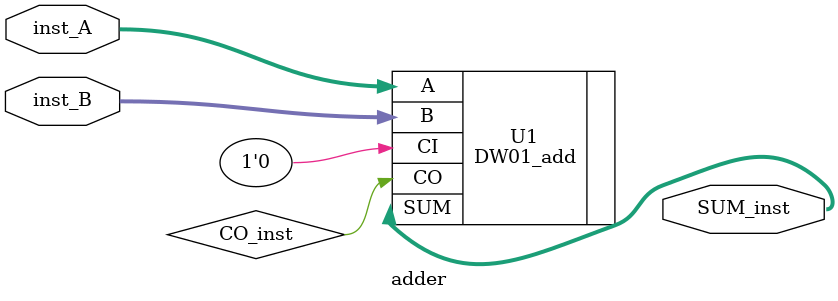
<source format=v>
`include "/RAID2/cad/synopsys/synthesis/cur/dw/sim_ver/DW02_mult.v"
`include "/RAID2/cad/synopsys/synthesis/cur/dw/sim_ver/DW01_add.v"

module MMSA(
// input signals
    clk,
    rst_n,
    in_valid,
	in_valid2,
    matrix,
	matrix_size,
    i_mat_idx,
    w_mat_idx,

// output signals
    out_valid,
    out_value
);
//---------------------------------------------------------------------
//   INPUT AND OUTPUT DECLARATION
//---------------------------------------------------------------------
input        clk, rst_n, in_valid, in_valid2;
input [15:0] matrix;
input [1:0]  matrix_size;
input [3:0]  i_mat_idx, w_mat_idx;

output reg       	     out_valid;
output reg signed [39:0] out_value;
//---------------------------------------------------------------------
//   PARAMETER
//---------------------------------------------------------------------
/* FSM */
parameter s_idle   = 0;
parameter s_input  = 1;
parameter s_choose = 2;
parameter s_cal_2  = 3;
parameter s_cal_4  = 4;
parameter s_cal_8  = 5;
parameter s_cal_16 = 6;
parameter s_output = 7;

parameter mult_A_width = 16;
parameter mult_B_width = 16;
parameter add_width = 40;

genvar i,j;
//---------------------------------------------------------------------
//   WIRE AND REG DECLARATION
//---------------------------------------------------------------------
reg [2:0]  c_state, n_state;
reg [4:0]  size;          // max 16
reg [5:0]  counter_row;   // max 16 row
reg [5:0]  counter_col;   // max 16 col
reg [12:0] counter_cal;   // max 4096 input
reg [8:0]  counter_out;   // max 256
reg [4:0]  counter_round;   // max 256

//============= cal reg =============//
reg  [39:0] diagonal_reg [30:0];  //31 diagonal, max 16*16
reg  [11:0] X_idx, W_idx;
reg  [15:0] w_reg [15:0]; // max 16
reg  [15:0] x_reg [15:0]; // max 16

reg  [39:0] y_reg    [15:0]; // max 16
wire [31:0] y_wire   [15:0]; // max 16

/* For first and second 16-adder */
wire [39:0] A_wire [14:0]; // max 16
wire [39:0] B_wire [13:0]; // max 15

reg  [39:0] Y1_reg;
reg  [39:0] Y2_reg;
reg  [39:0] current_diagonal_reg1, current_diagonal_reg2;
wire [39:0] update_diagonal_wire1, update_diagonal_wire2;

//=========== Adder & Mult ==========//
reg  [mult_A_width-1 : 0] mult_X_r [15:0];
reg  [mult_B_width-1 : 0] mult_W_r [15:0];
wire [mult_A_width+mult_B_width-1 : 0] product_w[15:0];

//==== SRAM in/out port control =====//
reg [11:0]  addr_X;
reg [11:0]  addr_W;

reg [15:0] 	in_mem_X;
reg [15:0] 	in_mem_W;

wire [15:0] mem_out_X;
wire [15:0] mem_out_W;

reg cen;
reg wen_X;
reg wen_W;
reg oen;

//---------------------------------------------------------------------
//   INPUT
//---------------------------------------------------------------------
// size
always @(posedge clk or negedge rst_n) begin
	if (!rst_n) size <= 5'd0 ;
	else begin
        //give matrix size in first input cycle
		if (n_state == s_input && counter_cal == 0) begin
            case(matrix_size)
                2'b00: size <=  5'd2;
			    2'b01: size <=  5'd4;
			    2'b10: size <=  5'd8;
			    2'b11: size <=  5'd16;
			endcase
		end
	end
end
// X matrix index
always @(posedge clk or negedge rst_n) begin
	if (!rst_n) X_idx <= 3'd0 ;
	else begin
        //give matrix size in first input cycle
		if (n_state == s_choose) begin
            X_idx <= i_mat_idx;
		end
	end
end
// W matrix index
always @(posedge clk or negedge rst_n) begin
	if (!rst_n) W_idx <= 3'd0 ;
	else begin
        //give matrix size in first input cycle
		if (n_state == s_choose) begin
            W_idx <= w_mat_idx;
		end
	end
end
// cen/oen
always @(posedge clk or negedge rst_n) begin
	if (!rst_n) begin
		cen <= 0;
		oen <= 0;
	end
	else begin
        cen <= 0;
		oen <= 0;
	end
end
// wen_X
always @(posedge clk or negedge rst_n) begin
	if (!rst_n) begin
		wen_X <= 1; // read
	end
	else begin
        case(n_state)
			s_input: if(counter_cal<4096)wen_X <= 0; // write
					 else wen_X <= 1;
			default: wen_X <= 1; // read
		endcase
	end
end
// wen_W
always @(posedge clk or negedge rst_n) begin
	if (!rst_n) begin
		wen_W <= 1; // read
	end
	else begin
        case(n_state)
			s_input: wen_W <= 0; // write
			default: wen_W <= 1; // read
		endcase
	end
end
//============================//
//       SRAM Address         //
//============================//
// addr_X
always @(posedge clk or negedge rst_n) begin
	if (!rst_n) addr_X <= 0;
	else begin
        case(n_state)
			s_input:  addr_X <= counter_cal;
			s_cal_2:  begin
				if(counter_cal < 1) addr_X <= (X_idx << 2);
				else begin
					case(counter_row-1)
					0: addr_X <= addr_X + 2;
					1: addr_X <= (X_idx << 2) + counter_col;
					endcase
				end
			end
			s_cal_4:  begin
				if(counter_cal < 1) addr_X <= (X_idx << 4);
				else begin
					case(counter_row-1)
					0: addr_X <= addr_X + 4;
					1: addr_X <= addr_X + 4;
					2: addr_X <= addr_X + 4;
					3: addr_X <= (X_idx << 4) + counter_col;
					endcase
				end
			end
			s_cal_8: begin
				if(counter_cal < 1) addr_X <= (X_idx << 6);
				else begin
					case(counter_row-1)
					0: addr_X <= addr_X + 8;
					1: addr_X <= addr_X + 8;
					2: addr_X <= addr_X + 8;
					3: addr_X <= addr_X + 8;
					4: addr_X <= addr_X + 8;
					5: addr_X <= addr_X + 8;
					6: addr_X <= addr_X + 8;
					7: addr_X <= (X_idx << 6) + counter_col;
					endcase
				end
			end
			s_cal_16:  begin
				if(counter_cal < 1) addr_X <= (X_idx << 8);
				else begin
					case(counter_row-1)
					0:  addr_X <= addr_X + 16;
					1:  addr_X <= addr_X + 16;
					2:  addr_X <= addr_X + 16;
					3:  addr_X <= addr_X + 16;
					4:  addr_X <= addr_X + 16;
					5:  addr_X <= addr_X + 16;
					6:  addr_X <= addr_X + 16;
					7:  addr_X <= addr_X + 16;
					8:  addr_X <= addr_X + 16;
					9:  addr_X <= addr_X + 16;
					10: addr_X <= addr_X + 16;
					11: addr_X <= addr_X + 16;
					12: addr_X <= addr_X + 16;
					13: addr_X <= addr_X + 16;
					14: addr_X <= addr_X + 16;
					15: addr_X <= (X_idx << 8) + counter_col;
					endcase
				end
			end
			s_output: addr_X <= counter_cal;
		endcase
	end
end
// addr_W
always @(posedge clk or negedge rst_n) begin
	if (!rst_n) addr_W <= 0;
	else begin
        case(n_state)
			s_input: begin
        		if(counter_cal == 0) addr_W <= 0;
				else begin
					case(size)
						2: if(counter_cal >= 64)   addr_W <= counter_cal[5:0];
						4: if(counter_cal >= 256)  addr_W <= counter_cal[7:0];
						8: if(counter_cal >= 1024) addr_W <= counter_cal[9:0];
						16:if(counter_cal >= 4096) addr_W <= counter_cal[11:0];
						default addr_W <= 0;
					endcase
				end
			end
			s_cal_2:  addr_W <= (W_idx << 2) + counter_cal;
			s_cal_4:  addr_W <= (W_idx << 4) + counter_cal;
			s_cal_8:  addr_W <= (W_idx << 6) + counter_cal;
			s_cal_16: addr_W <= (W_idx << 8) + counter_cal;
			s_output: addr_W <= counter_cal;
		endcase
	end
end
//============================//
//          SRAM Read         //
//============================//
// X read
always @(posedge clk or negedge rst_n) begin
	if (!rst_n)  in_mem_X <= 16'd0 ;
	else begin
		if (n_state == s_input) begin
            if(counter_cal == 0) in_mem_X <= matrix;
			else begin
				case(size)
					2: if(counter_cal < 64)   in_mem_X <= matrix;
					4: if(counter_cal < 256)  in_mem_X <= matrix;
					8: if(counter_cal < 1024) in_mem_X <= matrix;
					16:if(counter_cal < 4096) in_mem_X <= matrix;
					default in_mem_X <= 16'd0;
				endcase
			end
		end
	end
end
// W read
always @(posedge clk or negedge rst_n) begin
	if (!rst_n)  in_mem_W <= 16'd0 ;
	else begin
		if (n_state == s_input) begin
            if(counter_cal == 1) in_mem_W <= 16'd0;
			else begin
				case(size)
					2: if(counter_cal >= 64)   in_mem_W <= matrix;
					4: if(counter_cal >= 256)  in_mem_W <= matrix;
					8: if(counter_cal >= 1024) in_mem_W <= matrix;
					16:if(counter_cal >= 4096) in_mem_W <= matrix;
					default in_mem_W <= 16'd0;
				endcase
			end
		end
	end
end
//============================//
//    SRAM and reg control    //
//============================//
// X_reg[0]
always @(posedge clk or negedge rst_n) begin
	if(!rst_n) x_reg[0] <= 16'd0;
	else begin
		if(counter_cal > 1) begin // Wait SRAM output delay
		case(n_state)
	        s_cal_2:  x_reg[0] <= mem_out_X;
			s_cal_4:  x_reg[0] <= mem_out_X;
			s_cal_8:  x_reg[0] <= mem_out_X;
			s_cal_16: x_reg[0] <= mem_out_X;
			default:  x_reg[0] <= 16'd0;
		endcase
		end
	end
end
// X_reg[1]
always @(posedge clk or negedge rst_n) begin
	if(!rst_n) x_reg[1] <= 16'd0;
	else begin
		if(counter_cal > 1) begin // Wait SRAM output delay
		case(n_state)
	        s_cal_2:  x_reg[1] <= x_reg[0];
			s_cal_4:  x_reg[1] <= x_reg[0];
			s_cal_8:  x_reg[1] <= x_reg[0];
			s_cal_16: x_reg[1] <= x_reg[0];
			default:  x_reg[1] <= 16'd0;
		endcase
		end
	end
end
// X_reg[2]
always @(posedge clk or negedge rst_n) begin
	if(!rst_n) x_reg[2] <= 16'd0;
	else begin
		if(counter_cal > 1) begin // Wait SRAM output delay
		case(n_state)
			s_cal_4:  x_reg[2] <= x_reg[1];
			s_cal_8:  x_reg[2] <= x_reg[1];
			s_cal_16: x_reg[2] <= x_reg[1];
			default:  x_reg[2] <= 16'd0;
		endcase
		end
	end
end
// X_reg[3]
always @(posedge clk or negedge rst_n) begin
	if(!rst_n) x_reg[3] <= 16'd0;
	else begin
		if(counter_cal > 1) begin // Wait SRAM output delay
		case(n_state)
			s_cal_4:  x_reg[3] <= x_reg[2];
			s_cal_8:  x_reg[3] <= x_reg[2];
			s_cal_16: x_reg[3] <= x_reg[2];
			default:  x_reg[3] <= 16'd0;
		endcase
		end
	end
end
// X_reg[4]
always @(posedge clk or negedge rst_n) begin
	if(!rst_n) x_reg[4] <= 16'd0;
	else begin
		if(counter_cal > 1) begin // Wait SRAM output delay
		case(n_state)
			s_cal_8:  x_reg[4] <= x_reg[3];
			s_cal_16: x_reg[4] <= x_reg[3];
			default:  x_reg[4] <= 16'd0;
		endcase
		end
	end
end
// X_reg[5]
always @(posedge clk or negedge rst_n) begin
	if(!rst_n) x_reg[5] <= 16'd0;
	else begin
		if(counter_cal > 1) begin // Wait SRAM output delay
		case(n_state)
			s_cal_8:  x_reg[5] <= x_reg[4];
			s_cal_16: x_reg[5] <= x_reg[4];
			default:  x_reg[5] <= 16'd0;
		endcase
		end
	end
end
// X_reg[6]
always @(posedge clk or negedge rst_n) begin
	if(!rst_n) x_reg[6] <= 16'd0;
	else begin
		if(counter_cal > 1) begin // Wait SRAM output delay
		case(n_state)
			s_cal_8:  x_reg[6] <= x_reg[5];
			s_cal_16: x_reg[6] <= x_reg[5];
			default:  x_reg[6] <= 16'd0;
		endcase
		end
	end
end
// X_reg[7]
always @(posedge clk or negedge rst_n) begin
	if(!rst_n) x_reg[7] <= 16'd0;
	else begin
		if(counter_cal > 1) begin // Wait SRAM output delay
		case(n_state)
			s_cal_8:  x_reg[7] <= x_reg[6];
			s_cal_16: x_reg[7] <= x_reg[6];
			default:  x_reg[7] <= 16'd0;
		endcase
		end
	end
end
// X_reg[8]
always @(posedge clk or negedge rst_n) begin
	if(!rst_n) x_reg[8] <= 16'd0;
	else begin
		if(counter_cal > 1) begin // Wait SRAM output delay
		case(n_state)
			s_cal_16: x_reg[8] <= x_reg[7];
			default:  x_reg[8] <= 16'd0;
		endcase
		end
	end
end
// X_reg[9]
always @(posedge clk or negedge rst_n) begin
	if(!rst_n) x_reg[9] <= 16'd0;
	else begin
		if(counter_cal > 1) begin // Wait SRAM output delay
		case(n_state)
			s_cal_16: x_reg[9] <= x_reg[8];
			default:  x_reg[9] <= 16'd0;
		endcase
		end
	end
end
// X_reg[10]
always @(posedge clk or negedge rst_n) begin
	if(!rst_n) x_reg[10] <= 16'd0;
	else begin
		if(counter_cal > 1) begin // Wait SRAM output delay
		case(n_state)
			s_cal_16: x_reg[10] <= x_reg[9];
			default:  x_reg[10] <= 16'd0;
		endcase
		end
	end
end
// X_reg[11]
always @(posedge clk or negedge rst_n) begin
	if(!rst_n) x_reg[11] <= 16'd0;
	else begin
		if(counter_cal > 1) begin // Wait SRAM output delay
		case(n_state)
			s_cal_16: x_reg[11] <= x_reg[10];
			default:  x_reg[11] <= 16'd0;
		endcase
		end
	end
end
// X_reg[12]
always @(posedge clk or negedge rst_n) begin
	if(!rst_n) x_reg[12] <= 16'd0;
	else begin
		if(counter_cal > 1) begin // Wait SRAM output delay
		case(n_state)
			s_cal_16: x_reg[12] <= x_reg[11];
			default:  x_reg[12] <= 16'd0;
		endcase
		end
	end
end
// X_reg[13]
always @(posedge clk or negedge rst_n) begin
	if(!rst_n) x_reg[13] <= 16'd0;
	else begin
		if(counter_cal > 1) begin // Wait SRAM output delay
		case(n_state)
			s_cal_16: x_reg[13] <= x_reg[12];
			default:  x_reg[13] <= 16'd0;
		endcase
		end
	end
end
// X_reg[14]
always @(posedge clk or negedge rst_n) begin
	if(!rst_n) x_reg[14] <= 16'd0;
	else begin
		if(counter_cal > 1) begin // Wait SRAM output delay
		case(n_state)
			s_cal_16: x_reg[14] <= x_reg[13];
			default:  x_reg[14] <= 16'd0;
		endcase
		end
	end
end
// X_reg[15]
always @(posedge clk or negedge rst_n) begin
	if(!rst_n) x_reg[15] <= 16'd0;
	else begin
		if(counter_cal > 1) begin // Wait SRAM output delay
		case(n_state)
			s_cal_16: x_reg[15] <= x_reg[14];
			default:  x_reg[15] <= 16'd0;
		endcase
		end
	end
end

// W Write
generate
for(i=0 ; i<16 ; i=i+1) begin
	always @(posedge clk or negedge rst_n) begin
		if(!rst_n) w_reg[i] <= 16'd0;
		else begin
			if(counter_cal > 1) begin // Wait SRAM output delay
			case(n_state)
	            s_cal_2: if((counter_cal-2) % 2  == i) w_reg[i%2] <= mem_out_W;
				s_cal_4: if((counter_cal-2) % 4  == i) w_reg[i%4] <= mem_out_W;
				s_cal_8: if((counter_cal-2) % 8  == i) w_reg[i%8] <= mem_out_W;
				s_cal_16:if((counter_cal-2) % 16 == i) w_reg[i]   <= mem_out_W;
				default w_reg[i] <= 16'd0;
			endcase
			end
		end
	end
end
endgenerate
//---------------------------------------------------------------------
//   Calculate
//---------------------------------------------------------------------
generate
for(i=0 ; i<16 ; i=i+1) begin
	always @(posedge clk or negedge rst_n) begin
		if(!rst_n) y_reg[i] <= 40'd0;
		else begin
			case(n_state)
	            s_cal_2: if(y_wire[i][31] == 1'b0) y_reg[i] <= {{8{1'b0}},y_wire[i]};
						 else y_reg[i] <= {{8{1'b1}},y_wire[i]};
				s_cal_4: if(y_wire[i][31] == 1'b0) y_reg[i] <= {{8{1'b0}},y_wire[i]};
						 else y_reg[i] <= {{8{1'b1}},y_wire[i]};
				s_cal_8: if(y_wire[i][31] == 1'b0) y_reg[i] <= {{8{1'b0}},y_wire[i]};
						 else y_reg[i] <= {{8{1'b1}},y_wire[i]};
				s_cal_16:if(y_wire[i][31] == 1'b0) y_reg[i] <= {{8{1'b0}},y_wire[i]};
						 else y_reg[i] <= {{8{1'b1}},y_wire[i]};
				default: y_reg[i] <= 40'd0;
			endcase
		end
	end
end
endgenerate
//============================//
//     upper-left diagonal    //
//============================//
// A: Y1_reg
always @(posedge clk or negedge rst_n) begin
	if(!rst_n) Y1_reg <= 40'd0;
	else begin
		if(counter_cal > 3) begin // Wait SRAM output and 1-level adder delay
			case(n_state)
			s_cal_2:begin
				case((counter_cal - 4) % 2)
				0: Y1_reg <= y_reg[0];
				1: Y1_reg <= A_wire[0];
				default: Y1_reg <= 0;
				endcase
			end
			s_cal_4:
				case((counter_cal - 4) % 4)
				0: Y1_reg <= y_reg[0];
				1: Y1_reg <= A_wire[0];
				2: Y1_reg <= A_wire[1];
				3: Y1_reg <= A_wire[2];
				default: Y1_reg <= 0;
				endcase
			s_cal_8:
				case((counter_cal - 4) % 8)
				0: Y1_reg <= y_reg[0];
				1: Y1_reg <= A_wire[0];
				2: Y1_reg <= A_wire[1];
				3: Y1_reg <= A_wire[2];
				4: Y1_reg <= A_wire[3];
				5: Y1_reg <= A_wire[4];
				6: Y1_reg <= A_wire[5];
				7: Y1_reg <= A_wire[6];
				default: Y1_reg <= 0;
				endcase
			s_cal_16:
				case((counter_cal -4) % 16)
				0:  Y1_reg <= y_reg[0];
				1:  Y1_reg <= A_wire[0];
				2:  Y1_reg <= A_wire[1];
				3:  Y1_reg <= A_wire[2];
				4:  Y1_reg <= A_wire[3];
				5:  Y1_reg <= A_wire[4];
				6:  Y1_reg <= A_wire[5];
				7:  Y1_reg <= A_wire[6];
				8:  Y1_reg <= A_wire[7];
				9:  Y1_reg <= A_wire[8];
				10: Y1_reg <= A_wire[9];
				11: Y1_reg <= A_wire[10];
				12: Y1_reg <= A_wire[11];
				13: Y1_reg <= A_wire[12];
				14: Y1_reg <= A_wire[13];
				15: Y1_reg <= A_wire[14];
				default: Y1_reg <= 0;
				endcase
			default:Y1_reg <= 0;
			endcase
		end
	end
end
// B: current_diagonal_reg1
always @(posedge clk or negedge rst_n) begin
	if(!rst_n) current_diagonal_reg1 <= 40'd0;
	else begin
		if(counter_cal > 3) begin // Wait SRAM output and 1-level adder delay
		case(n_state)
			s_cal_2:begin
				case((counter_cal - 4) % 2)
				0: current_diagonal_reg1 <= diagonal_reg[0];
				1: current_diagonal_reg1 <= diagonal_reg[1];
				endcase
			end
			s_cal_4:begin
				case((counter_cal - 4) % 4)
				0: current_diagonal_reg1 <= diagonal_reg[0];
				1: current_diagonal_reg1 <= diagonal_reg[1];
				2: current_diagonal_reg1 <= diagonal_reg[2];
				3: current_diagonal_reg1 <= diagonal_reg[3];
				endcase
			end
			s_cal_8:begin
				case((counter_cal - 4) % 8)
				0: current_diagonal_reg1 <= diagonal_reg[0];
				1: current_diagonal_reg1 <= diagonal_reg[1];
				2: current_diagonal_reg1 <= diagonal_reg[2];
				3: current_diagonal_reg1 <= diagonal_reg[3];
				4: current_diagonal_reg1 <= diagonal_reg[4];
				5: current_diagonal_reg1 <= diagonal_reg[5];
				6: current_diagonal_reg1 <= diagonal_reg[6];
				7: current_diagonal_reg1 <= diagonal_reg[7];
				endcase
			end
			s_cal_16:begin
				case((counter_cal - 4) % 16)
				0:  current_diagonal_reg1 <= diagonal_reg[0];
				1:  current_diagonal_reg1 <= diagonal_reg[1];
				2:  current_diagonal_reg1 <= diagonal_reg[2];
				3:  current_diagonal_reg1 <= diagonal_reg[3];
				4:  current_diagonal_reg1 <= diagonal_reg[4];
				5:  current_diagonal_reg1 <= diagonal_reg[5];
				6:  current_diagonal_reg1 <= diagonal_reg[6];
				7:  current_diagonal_reg1 <= diagonal_reg[7];
				8:  current_diagonal_reg1 <= diagonal_reg[8];
				9:  current_diagonal_reg1 <= diagonal_reg[9];
				10: current_diagonal_reg1 <= diagonal_reg[10];
				11: current_diagonal_reg1 <= diagonal_reg[11];
				12: current_diagonal_reg1 <= diagonal_reg[12];
				13: current_diagonal_reg1 <= diagonal_reg[13];
				14: current_diagonal_reg1 <= diagonal_reg[14];
				15: current_diagonal_reg1 <= diagonal_reg[15];
				endcase
			end
			default:current_diagonal_reg1 <= 40'b0;
		endcase
		end
	end
end
//============================//
//    lower-right diagonal    //
//============================//
// A: Y2_reg
always @(posedge clk or negedge rst_n) begin
	if(!rst_n) Y2_reg <= 40'd0;
	else begin
		if(counter_cal > 3) begin // Wait SRAM output and 1-level adder delay
		case(n_state)
			s_cal_2:begin
				case((counter_cal - 4) % 2)
				0: Y2_reg <= y_reg[1];
				default: Y2_reg <= 0;
				endcase
			end
			s_cal_4:begin
				case((counter_cal - 4) % 4)
				0: Y2_reg <= B_wire[0];
				1: Y2_reg <= B_wire[1];
				2: Y2_reg <= y_reg[3];
				default: Y2_reg <= 0;
				endcase
			end
			s_cal_8:begin
				case((counter_cal - 4) % 8)
				0: Y2_reg <= B_wire[0];
				1: Y2_reg <= B_wire[1];
				2: Y2_reg <= B_wire[2];
				3: Y2_reg <= B_wire[3];
				4: Y2_reg <= B_wire[4];
				5: Y2_reg <= B_wire[5];
				6: Y2_reg <= y_reg[7];
				default: Y2_reg <= 0;
				endcase
			end
			s_cal_16: begin
				case((counter_cal - 4) % 16)
				0:  Y2_reg <= B_wire[0];
				1:  Y2_reg <= B_wire[1];
				2:  Y2_reg <= B_wire[2];
				3:  Y2_reg <= B_wire[3];
				4:  Y2_reg <= B_wire[4];
				5:  Y2_reg <= B_wire[5];
				6:  Y2_reg <= B_wire[6];
				7:  Y2_reg <= B_wire[7];
				8:  Y2_reg <= B_wire[8];
				9:  Y2_reg <= B_wire[9];
				10: Y2_reg <= B_wire[10];
				11: Y2_reg <= B_wire[11];
				12: Y2_reg <= B_wire[12];
				13: Y2_reg <= B_wire[13];
				14: Y2_reg <= y_reg[15];
				default: Y2_reg <= 0;
				endcase
			end
		default: Y2_reg <= 40'b0;
		endcase
		end
	end
end

// B: current_diagonal_reg2
always @(posedge clk or negedge rst_n) begin
	if(!rst_n) current_diagonal_reg2 <= 40'd0;
	else begin
		if(counter_cal > 3) begin // Wait SRAM output and 1-level adder delay
		case(n_state)
			s_cal_2:begin
				case((counter_cal - 4) % 2)
				0: current_diagonal_reg2 <= diagonal_reg[2];
				default: current_diagonal_reg2 <= 0;
				endcase
			end
			s_cal_4:begin
				case((counter_cal - 4) % 4)
				0: current_diagonal_reg2 <= diagonal_reg[4];
				1: current_diagonal_reg2 <= diagonal_reg[5];
				2: current_diagonal_reg2 <= diagonal_reg[6];
				default: current_diagonal_reg2 <= 0;
				endcase
			end
			s_cal_8:begin
				case((counter_cal - 4) % 8)
				0: current_diagonal_reg2 <= diagonal_reg[8];
				1: current_diagonal_reg2 <= diagonal_reg[9];
				2: current_diagonal_reg2 <= diagonal_reg[10];
				3: current_diagonal_reg2 <= diagonal_reg[11];
				4: current_diagonal_reg2 <= diagonal_reg[12];
				5: current_diagonal_reg2 <= diagonal_reg[13];
				6: current_diagonal_reg2 <= diagonal_reg[14];
				default: current_diagonal_reg2 <= 0;
				endcase
			end
			s_cal_16:begin
				case((counter_cal - 4) % 16)
				0:  current_diagonal_reg2 <= diagonal_reg[16];
				1:  current_diagonal_reg2 <= diagonal_reg[17];
				2:  current_diagonal_reg2 <= diagonal_reg[18];
				3:  current_diagonal_reg2 <= diagonal_reg[19];
				4:  current_diagonal_reg2 <= diagonal_reg[20];
				5:  current_diagonal_reg2 <= diagonal_reg[21];
				6:  current_diagonal_reg2 <= diagonal_reg[22];
				7:  current_diagonal_reg2 <= diagonal_reg[23];
				8:  current_diagonal_reg2 <= diagonal_reg[24];
				9:  current_diagonal_reg2 <= diagonal_reg[25];
				10: current_diagonal_reg2 <= diagonal_reg[26];
				11: current_diagonal_reg2 <= diagonal_reg[27];
				12: current_diagonal_reg2 <= diagonal_reg[28];
				13: current_diagonal_reg2 <= diagonal_reg[29];
				14: current_diagonal_reg2 <= diagonal_reg[30];
				default: current_diagonal_reg2 <= 0;
				endcase
			end
			default: current_diagonal_reg2 <= 40'b0;
		endcase
		end
	end
end

//============================//
//       SUM of diagonal      //
//============================//
//diagonal_reg[0]
always @(posedge clk or negedge rst_n) begin
	if(!rst_n) diagonal_reg[0] <= 0;
	else begin
		if(n_state == s_choose)  diagonal_reg[0] <= 0;
		if(counter_cal > 4) begin // Wait SRAM output and 2-level adder delay
		case(n_state)
			s_cal_2: if((counter_cal - 5) % 2 == 0) diagonal_reg[0] <= update_diagonal_wire1;
			s_cal_4: if((counter_cal - 5) % 4 == 0) diagonal_reg[0] <= update_diagonal_wire1;
			s_cal_8: if((counter_cal - 5) % 8 == 0) diagonal_reg[0] <= update_diagonal_wire1;
			s_cal_16:if((counter_cal - 5) % 16== 0) diagonal_reg[0] <= update_diagonal_wire1;
		endcase
		end
	end
end
//diagonal_reg[1]
always @(posedge clk or negedge rst_n) begin
	if(!rst_n) diagonal_reg[1] <= 0;
	else begin
		if(n_state == s_choose)  diagonal_reg[1] <= 0;
		if(counter_cal > 4) begin  // Wait SRAM output and 2-level adder delay
		case(n_state)
			s_cal_2: if((counter_cal - 5) % 2 == 1) diagonal_reg[1] <= update_diagonal_wire1;
			s_cal_4: if((counter_cal - 5) % 4 == 1) diagonal_reg[1] <= update_diagonal_wire1;
			s_cal_8: if((counter_cal - 5) % 8 == 1) diagonal_reg[1] <= update_diagonal_wire1;
			s_cal_16:if((counter_cal - 5) % 16== 1) diagonal_reg[1] <= update_diagonal_wire1;
			s_output: if(size==2) diagonal_reg[1] <= update_diagonal_wire1;
		endcase
		end
	end
end
//diagonal_reg[2]
always @(posedge clk or negedge rst_n) begin
	if(!rst_n) diagonal_reg[2] <= 0;
	else begin
		if(n_state == s_choose)  diagonal_reg[2] <= 0;
		if(counter_cal > 4) begin  // Wait SRAM output and 2-level adder delay
		case(n_state)
			s_cal_2: if((counter_cal - 5) % 2 == 0) diagonal_reg[2] <= update_diagonal_wire2;
			s_cal_4: if((counter_cal - 5) % 4 == 2) diagonal_reg[2] <= update_diagonal_wire1;
			s_cal_8: if((counter_cal - 5) % 8 == 2) diagonal_reg[2] <= update_diagonal_wire1;
			s_cal_16:if((counter_cal - 5) % 16== 2) diagonal_reg[2] <= update_diagonal_wire1;
		endcase
		end
	end
end
//diagonal_reg[3]
always @(posedge clk or negedge rst_n) begin
	if(!rst_n) diagonal_reg[3] <= 0;
	else begin
		if(n_state == s_choose)  diagonal_reg[3] <= 0;
		if(counter_cal > 4) begin  // Wait SRAM output and 2-level adder delay
		case(n_state)
			s_cal_4: if((counter_cal - 5) % 4 == 3) diagonal_reg[3] <= update_diagonal_wire1;
			s_cal_8: if((counter_cal - 5) % 8 == 3) diagonal_reg[3] <= update_diagonal_wire1;
			s_cal_16:if((counter_cal - 5) % 16== 3) diagonal_reg[3] <= update_diagonal_wire1;
			s_output: if(size==4) diagonal_reg[3] <= update_diagonal_wire1;
		endcase
		end
	end
end
//diagonal_reg[4]
always @(posedge clk or negedge rst_n) begin
	if(!rst_n) diagonal_reg[4] <= 0;
	else begin
		if(n_state == s_choose)  diagonal_reg[4] <= 0;
		if(counter_cal > 4) begin  // Wait SRAM output and 2-level adder delay
		case(n_state)
			s_cal_4: if((counter_cal - 5) % 4 == 0) diagonal_reg[4] <= update_diagonal_wire2;
			s_cal_8: if((counter_cal - 5) % 8 == 4) diagonal_reg[4] <= update_diagonal_wire1;
			s_cal_16:if((counter_cal - 5) % 16== 4) diagonal_reg[4] <= update_diagonal_wire1;
		endcase
		end
	end
end
//diagonal_reg[5]
always @(posedge clk or negedge rst_n) begin
	if(!rst_n) diagonal_reg[5] <= 0;
	else begin
		if(n_state == s_choose)  diagonal_reg[5] <= 0;
		if(counter_cal > 4) begin  // Wait SRAM output and 2-level adder delay
		case(n_state)
			s_cal_4: if((counter_cal - 5) % 4 == 1) diagonal_reg[5] <= update_diagonal_wire2;
			s_cal_8: if((counter_cal - 5) % 8 == 5) diagonal_reg[5] <= update_diagonal_wire1;
			s_cal_16:if((counter_cal - 5) % 16== 5) diagonal_reg[5] <= update_diagonal_wire1;
			s_output:if(size==4) diagonal_reg[5] <= update_diagonal_wire2;
		endcase
		end
	end
end
//diagonal_reg[6]
always @(posedge clk or negedge rst_n) begin
	if(!rst_n) diagonal_reg[6] <= 0;
	else begin
		if(n_state == s_choose)  diagonal_reg[6] <= 0;
		if(counter_cal > 4) begin  // Wait SRAM output and 2-level adder delay
		case(n_state)
			s_cal_4: if((counter_cal - 5) % 4 == 2) diagonal_reg[6] <= update_diagonal_wire2;
			s_cal_8: if((counter_cal - 5) % 8 == 6) diagonal_reg[6] <= update_diagonal_wire1;
			s_cal_16:if((counter_cal - 5) % 16== 6) diagonal_reg[6] <= update_diagonal_wire1;
		endcase
		end
	end
end
//diagonal_reg[7]
always @(posedge clk or negedge rst_n) begin
	if(!rst_n) diagonal_reg[7] <= 0;
	else begin
		if(n_state == s_choose)  diagonal_reg[7] <= 0;
		if(counter_cal > 4) begin  // Wait SRAM output and 2-level adder delay
		case(n_state)
			s_cal_8: if((counter_cal - 5) % 8 == 7) diagonal_reg[7] <= update_diagonal_wire1;
			s_cal_16:if((counter_cal - 5) % 16== 7) diagonal_reg[7] <= update_diagonal_wire1;
			s_output: if(size==8) diagonal_reg[7] <= update_diagonal_wire1;
		endcase
		end
	end
end
//diagonal_reg[8]
always @(posedge clk or negedge rst_n) begin
	if(!rst_n) diagonal_reg[8] <= 0;
	else begin
		if(n_state == s_choose)  diagonal_reg[8] <= 0;
		if(counter_cal > 4) begin  // Wait SRAM output and 2-level adder delay
		case(n_state)
			s_cal_8: if((counter_cal - 5) % 8 == 0) diagonal_reg[8] <= update_diagonal_wire2;
			s_cal_16:if((counter_cal - 5) % 16== 8) diagonal_reg[8] <= update_diagonal_wire1;
		endcase
		end
	end
end
//diagonal_reg[9]
always @(posedge clk or negedge rst_n) begin
	if(!rst_n) diagonal_reg[9] <= 0;
	else begin
		if(n_state == s_choose)  diagonal_reg[9] <= 0;
		if(counter_cal > 4) begin  // Wait SRAM output and 2-level adder delay
		case(n_state)
			s_cal_8: if((counter_cal - 5) % 8 == 1) diagonal_reg[9] <= update_diagonal_wire2;
			s_cal_16:if((counter_cal - 5) % 16== 9) diagonal_reg[9] <= update_diagonal_wire1;
		endcase
		end
	end
end
//diagonal_reg[10]
always @(posedge clk or negedge rst_n) begin
	if(!rst_n) diagonal_reg[10] <= 0;
	else begin
		if(n_state == s_choose)  diagonal_reg[10] <= 0;
		if(counter_cal > 4) begin  // Wait SRAM output and 2-level adder delay
		case(n_state)
			s_cal_8: if((counter_cal - 5) % 8 == 2) diagonal_reg[10] <= update_diagonal_wire2;
			s_cal_16:if((counter_cal - 5) % 16== 10) diagonal_reg[10] <= update_diagonal_wire1;
		endcase
		end
	end
end
//diagonal_reg[11]
always @(posedge clk or negedge rst_n) begin
	if(!rst_n) diagonal_reg[11] <= 0;
	else begin
		if(n_state == s_choose)  diagonal_reg[11] <= 0;
		if(counter_cal > 4) begin  // Wait SRAM output and 2-level adder delay
		case(n_state)
			s_cal_8: if((counter_cal - 5) % 8 == 3)  diagonal_reg[11] <= update_diagonal_wire2;
			s_cal_16:if((counter_cal - 5) % 16== 11) diagonal_reg[11] <= update_diagonal_wire1;
		endcase
		end
	end
end
//diagonal_reg[12]
always @(posedge clk or negedge rst_n) begin
	if(!rst_n) diagonal_reg[12] <= 0;
	else begin
		if(n_state == s_choose)  diagonal_reg[12] <= 0;
		if(counter_cal > 4) begin  // Wait SRAM output and 2-level adder delay
		case(n_state)
			s_cal_8: if((counter_cal - 5) % 8 == 4)  diagonal_reg[12] <= update_diagonal_wire2;
			s_cal_16:if((counter_cal - 5) % 16== 12) diagonal_reg[12] <= update_diagonal_wire1;
		endcase
		end
	end
end
//diagonal_reg[13]
always @(posedge clk or negedge rst_n) begin
	if(!rst_n) diagonal_reg[13] <= 0;
	else begin
		if(n_state == s_choose)  diagonal_reg[13] <= 0;
		if(counter_cal > 4) begin  // Wait SRAM output and 2-level adder delay
		case(n_state)
			s_cal_8: if((counter_cal - 5) % 8 == 5)  diagonal_reg[13] <= update_diagonal_wire2;
			s_cal_16:if((counter_cal - 5) % 16== 13) diagonal_reg[13] <= update_diagonal_wire1;
			s_output: if(size==8) diagonal_reg[13] <= update_diagonal_wire2;
		endcase
		end
	end
end
//diagonal_reg[14]
always @(posedge clk or negedge rst_n) begin
	if(!rst_n) diagonal_reg[14] <= 0;
	else begin
		if(n_state == s_choose)  diagonal_reg[14] <= 0;
		if(counter_cal > 4) begin  // Wait SRAM output and 2-level adder delay
		case(n_state)
			s_cal_8: if((counter_cal - 5) % 8 == 6)  diagonal_reg[14] <= update_diagonal_wire2;
			s_cal_16:if((counter_cal - 5) % 16== 14) diagonal_reg[14] <= update_diagonal_wire1;
		endcase
		end
	end
end
//diagonal_reg[15]
always @(posedge clk or negedge rst_n) begin
	if(!rst_n) diagonal_reg[15] <= 0;
	else begin
		if(n_state == s_choose)  diagonal_reg[15] <= 0;
		if(counter_cal > 4) begin  // Wait SRAM output and 2-level adder delay
		case(n_state)
			s_cal_16:if((counter_cal - 5) % 16== 15) diagonal_reg[15] <= update_diagonal_wire1;
			s_output: if(size==16) diagonal_reg[15] <= update_diagonal_wire1;
		endcase
		end
	end
end
//diagonal_reg[16~29]
generate
for(j = 0 ; j < 14 ; j = j + 1)begin
always @(posedge clk or negedge rst_n) begin
	if(!rst_n) diagonal_reg[j+16] <= 0;
	else begin
		if(n_state == s_choose)  diagonal_reg[j+16] <= 0;
		if(counter_cal > 4) begin  // Wait SRAM output and 2-level adder delay
		case(n_state)
			s_cal_16:if((counter_cal - 5) % 16 == j) diagonal_reg[j+16] <= update_diagonal_wire2;
		endcase
		end
	end
end
end
endgenerate
//diagonal_reg[30]
always @(posedge clk or negedge rst_n) begin
	if(!rst_n) diagonal_reg[30] <= 0;
	else begin
		if(n_state == s_choose)  diagonal_reg[30] <= 0;
		if(counter_cal > 4) begin  // Wait SRAM output and 2-level adder delay
		case(n_state)
			s_cal_16:if((counter_cal - 5) % 16 == 14) diagonal_reg[30] <= update_diagonal_wire2;
			s_output:if(size==16) diagonal_reg[30] <= update_diagonal_wire2;
		endcase
		end
	end
end
//---------------------------------------------------------------------
//   OUTPUT
//---------------------------------------------------------------------
always@(posedge clk or negedge rst_n) begin
  if(!rst_n)
      out_valid <= 1'd0;
  else begin
	case(n_state)
	s_cal_2: if(counter_cal >   7) out_valid <= 1;
	s_cal_4: if(counter_cal >  17) out_valid <= 1;
	s_cal_8: if(counter_cal >  61) out_valid <= 1;
	s_cal_16:if(counter_cal > 245) out_valid <= 1;
	s_output: begin

		case(size)
		2: if(counter_out == 0) out_valid <= 1;
		   else out_valid <= 0 ;
		4: if(counter_out == 0) out_valid <= 1 ;
		   else out_valid <= 0 ;
		8: if(counter_out < 1) out_valid <= 1;
		   else out_valid <= 0 ;
		16:if(counter_out < 2) out_valid <= 1 ;
		   else out_valid <= 0 ;
		endcase
	end
	default: out_valid <= 1'd0;
	endcase
  end
end

always@(posedge clk or negedge rst_n)begin
	if(!rst_n)
		out_value <= 40'd0;
	else begin
		case(n_state)
		s_cal_2:begin
			case(counter_cal)
			8: out_value <= diagonal_reg[0];
			9: out_value <= diagonal_reg[1];
			10:out_value <= diagonal_reg[2];
			endcase
		end
		s_cal_4:begin
			case(counter_cal)
			18: out_value <= diagonal_reg[0];
			19: out_value <= diagonal_reg[1];
			20: out_value <= diagonal_reg[2];
			21: out_value <= diagonal_reg[3];
			22: out_value <= diagonal_reg[4];
			23: out_value <= diagonal_reg[5];
			endcase
		end
		s_cal_8: begin
			case(counter_cal)
			62: out_value <= diagonal_reg[0];
			63: out_value <= diagonal_reg[1];
			64: out_value <= diagonal_reg[2];
			65: out_value <= diagonal_reg[3];
			66: out_value <= diagonal_reg[4];
			67: out_value <= diagonal_reg[5];
			68: out_value <= diagonal_reg[6];
			69: out_value <= diagonal_reg[7];
			70: out_value <= diagonal_reg[8];
			71: out_value <= diagonal_reg[9];
			72: out_value <= diagonal_reg[10];
			73: out_value <= diagonal_reg[11];
			74: out_value <= diagonal_reg[12];
			75: out_value <= diagonal_reg[13];
			endcase
		end
		s_cal_16:begin
			case(counter_cal)
			246: out_value <= diagonal_reg[0];
			247: out_value <= diagonal_reg[1];
			248: out_value <= diagonal_reg[2];
			249: out_value <= diagonal_reg[3];
			250: out_value <= diagonal_reg[4];

			251: out_value <= diagonal_reg[5];
			252: out_value <= diagonal_reg[6];
			253: out_value <= diagonal_reg[7];
			254: out_value <= diagonal_reg[8];
			255: out_value <= diagonal_reg[9];

			256: out_value <= diagonal_reg[10];
			257: out_value <= diagonal_reg[11];
			258: out_value <= diagonal_reg[12];
			259: out_value <= diagonal_reg[13];
			260: out_value <= diagonal_reg[14];

			261: out_value <= diagonal_reg[15];
			262: out_value <= diagonal_reg[16];
			263: out_value <= diagonal_reg[17];
			264: out_value <= diagonal_reg[18];
			265: out_value <= diagonal_reg[19];

			266: out_value <= diagonal_reg[20];
			267: out_value <= diagonal_reg[21];
			268: out_value <= diagonal_reg[22];
			269: out_value <= diagonal_reg[23];
			270: out_value <= diagonal_reg[24];

			271: out_value <= diagonal_reg[25];
			272: out_value <= diagonal_reg[26];
			273: out_value <= diagonal_reg[27];
			274: out_value <= diagonal_reg[28];
			endcase
		end
	 	s_output: begin
			if(counter_out==0)begin
				case(size)
		 		2: out_value <= diagonal_reg[2];
		 		4: out_value <= diagonal_reg[6];
		 		8: out_value <= diagonal_reg[14];
		 		16:if(counter_cal == 275) out_value <= diagonal_reg[29];
				   else out_value <= diagonal_reg[30];
		 		endcase
			end
			else if(counter_out==1)
				case(size)
		 		2: out_value <= 0;
		 		4: out_value <= 0;
		 		8: out_value <= 0;
		 		16:out_value <= diagonal_reg[30];
		 		endcase
			else out_value<= 40'd0;
		end
		default: out_value<= 40'd0;
		endcase
    end
end
//---------------------------------------------------------------------
//   FSM
//---------------------------------------------------------------------
always@(posedge	clk or negedge rst_n)	begin
	if(!rst_n) c_state <= s_idle;
	else c_state <= n_state;
end

always@(*)	begin
	case(c_state)
		s_idle:  begin
			if(in_valid)  		n_state = s_input;
			else if(in_valid2)  n_state = s_choose;
			else          		n_state = s_idle;
		end
	    s_input: begin
			if(in_valid)  n_state = s_input;
			else 		  n_state = s_idle;
		end
		s_choose:begin
			if(in_valid2)  n_state = s_choose;
			else begin
			case(size)
				2: 	n_state = s_cal_2;
				4: 	n_state = s_cal_4;
				8: 	n_state = s_cal_8;
				16:	n_state = s_cal_16;
				default: n_state = s_idle;
			endcase
			end
		end
        s_cal_2: begin
			if(counter_cal==4+3+3)  n_state = s_output;
			else                    n_state = s_cal_2;
		end
		s_cal_4: begin
			if(counter_cal==16+8) n_state = s_output;
			else          		    n_state = s_cal_4;
		end
		s_cal_8: begin
			if(counter_cal==64+12) n_state = s_output;
			else            		  n_state = s_cal_8;
		end
		s_cal_16:begin
			if(counter_cal==256+19) n_state = s_output;
			else            		   n_state = s_cal_16;
		end
		s_output:begin
			if(!out_valid) n_state = s_choose;
			else if (counter_round == 16)begin
				case(size)
				2: n_state = s_idle;
				4: n_state = s_idle;
				8: n_state = s_idle;
				16:begin
					if(counter_out > 1)n_state = s_idle;
				    else n_state = s_output;
				end
				default: n_state = s_idle;
				endcase
			end
			else n_state = s_output;
		end
		default: n_state = s_idle;
	endcase
end
//---------------------------------------------------------------------
//   counter
//---------------------------------------------------------------------
// row counter
always@(posedge clk or negedge rst_n) begin
	if(!rst_n) counter_row <= 0;
	else begin
		case(n_state)
		s_cal_2:  if(counter_cal % 2 == 0) counter_row <= 1;
				  else counter_row <= counter_row + 1;
		s_cal_4:  if(counter_cal % 4 == 0) counter_row <= 1;
				  else counter_row <= counter_row + 1;
		s_cal_8:  if(counter_cal % 8 == 0) counter_row <= 1;
				  else counter_row <= counter_row + 1;
		s_cal_16: if(counter_cal % 16 ==0) counter_row <= 1;
				  else counter_row <= counter_row + 1;
		default:  counter_row <= 0;
		endcase
	end
end
// column counter
always@(posedge clk or negedge rst_n) begin
	if(!rst_n) counter_col <= 0;
	else begin
		case(n_state)
		s_cal_2: if(counter_cal % 2 == 0) counter_col <= counter_col +1;
		s_cal_4: if(counter_cal % 4 == 0) counter_col <= counter_col +1;
		s_cal_8: if(counter_cal % 8 == 0) counter_col <= counter_col +1;
		s_cal_16:if(counter_cal % 16 == 0)counter_col <= counter_col +1;
		default : counter_col <= 0;
		endcase
	end
end
//input index  & calculate counter
always@(posedge clk or negedge rst_n) begin
	if(!rst_n)
		counter_cal <= 0;
	else begin
        case(n_state)
			s_idle:   counter_cal <= 0;
			s_input:  counter_cal <= counter_cal + 1;
			s_choose: begin
				if(counter_cal==0)counter_cal <= 0;
				else counter_cal <= counter_cal + 1;
			end
			// Since SRAM output delay, counter + 2
			s_cal_2:  begin
				if(counter_cal < 4+8)counter_cal <= counter_cal + 1;
			 	else counter_cal <= 0;
			end
			s_cal_4:  begin
				if(counter_cal < 16+8)counter_cal <= counter_cal + 1;
			 	else counter_cal <= 0;
			end
			s_cal_8:  begin
				if(counter_cal < 64+12)counter_cal <= counter_cal + 1;
			 	else counter_cal <= 0;
			end
			s_cal_16:begin
				if(counter_cal < 256+19)counter_cal <= counter_cal + 1;
			 	else counter_cal <= 0;
			end
			s_output: counter_cal <=0;
            default:  counter_cal <= 0;
        endcase
    end
end
// number of output
always@(posedge clk or negedge rst_n) begin
	if(!rst_n) counter_out <= 0;
	else begin
        case(n_state)
			s_output: counter_out <= counter_out + 1;
			default:  counter_out <= 0;
        endcase
    end
end

// number of round
always@(posedge clk or negedge rst_n) begin
	if(!rst_n) counter_round <= 0;
	else begin
        case(n_state)
			s_idle:  counter_round <= 0;
			s_choose: counter_round <= counter_round + 1;
			default: counter_round <= counter_round;
        endcase
    end
end

//---------------------------------------------------------------------
//   Adder & Multiplier
//---------------------------------------------------------------------
// Multiplier
mult M1 (.inst_A(x_reg[0]),  .inst_B(w_reg[0]),  .PRODUCT_inst(y_wire[0]));
mult M2 (.inst_A(x_reg[1]),  .inst_B(w_reg[1]),  .PRODUCT_inst(y_wire[1]));
mult M3 (.inst_A(x_reg[2]),  .inst_B(w_reg[2]),  .PRODUCT_inst(y_wire[2]));
mult M4 (.inst_A(x_reg[3]),  .inst_B(w_reg[3]),  .PRODUCT_inst(y_wire[3]));
mult M5 (.inst_A(x_reg[4]),  .inst_B(w_reg[4]),  .PRODUCT_inst(y_wire[4]));
mult M6 (.inst_A(x_reg[5]),  .inst_B(w_reg[5]),  .PRODUCT_inst(y_wire[5]));
mult M7 (.inst_A(x_reg[6]),  .inst_B(w_reg[6]),  .PRODUCT_inst(y_wire[6]));
mult M8 (.inst_A(x_reg[7]),  .inst_B(w_reg[7]),  .PRODUCT_inst(y_wire[7]));
mult M9 (.inst_A(x_reg[8]),  .inst_B(w_reg[8]),  .PRODUCT_inst(y_wire[8]));
mult M10(.inst_A(x_reg[9]),  .inst_B(w_reg[9]),  .PRODUCT_inst(y_wire[9]));
mult M11(.inst_A(x_reg[10]), .inst_B(w_reg[10]), .PRODUCT_inst(y_wire[10]));
mult M12(.inst_A(x_reg[11]), .inst_B(w_reg[11]), .PRODUCT_inst(y_wire[11]));
mult M13(.inst_A(x_reg[12]), .inst_B(w_reg[12]), .PRODUCT_inst(y_wire[12]));
mult M14(.inst_A(x_reg[13]), .inst_B(w_reg[13]), .PRODUCT_inst(y_wire[13]));
mult M15(.inst_A(x_reg[14]), .inst_B(w_reg[14]), .PRODUCT_inst(y_wire[14]));
mult M16(.inst_A(x_reg[15]), .inst_B(w_reg[15]), .PRODUCT_inst(y_wire[15]));

// 16-Adder upper-left
adder A1 (.inst_A(y_reg[0]),  .inst_B(y_reg[1]),   .SUM_inst(A_wire[0]));
adder A2 (.inst_A(y_reg[2]),  .inst_B(A_wire[0]),  .SUM_inst(A_wire[1]));
adder A3 (.inst_A(y_reg[3]),  .inst_B(A_wire[1]),  .SUM_inst(A_wire[2]));
adder A4 (.inst_A(y_reg[4]),  .inst_B(A_wire[2]),  .SUM_inst(A_wire[3]));
adder A5 (.inst_A(y_reg[5]),  .inst_B(A_wire[3]),  .SUM_inst(A_wire[4]));
adder A6 (.inst_A(y_reg[6]),  .inst_B(A_wire[4]),  .SUM_inst(A_wire[5]));
adder A7 (.inst_A(y_reg[7]),  .inst_B(A_wire[5]),  .SUM_inst(A_wire[6]));

adder A8 (.inst_A(y_reg[8]),  .inst_B(A_wire[6]),  .SUM_inst(A_wire[7]));
adder A9 (.inst_A(y_reg[9]),  .inst_B(A_wire[7]),  .SUM_inst(A_wire[8]));
adder A10(.inst_A(y_reg[10]), .inst_B(A_wire[8]),  .SUM_inst(A_wire[9]));
adder A11(.inst_A(y_reg[11]), .inst_B(A_wire[9]),  .SUM_inst(A_wire[10]));
adder A12(.inst_A(y_reg[12]), .inst_B(A_wire[10]), .SUM_inst(A_wire[11]));
adder A13(.inst_A(y_reg[13]), .inst_B(A_wire[11]), .SUM_inst(A_wire[12]));
adder A14(.inst_A(y_reg[14]), .inst_B(A_wire[12]), .SUM_inst(A_wire[13]));
adder A15(.inst_A(y_reg[15]), .inst_B(A_wire[13]), .SUM_inst(A_wire[14]));

// 15-Adder lower right
adder B1 (.inst_A(y_reg[1]),  .inst_B(B_wire[1]),  .SUM_inst(B_wire[0]));
adder B2 (.inst_A(y_reg[2]),  .inst_B(B_wire[2]),  .SUM_inst(B_wire[1]));
adder B3 (.inst_A(y_reg[3]),  .inst_B(B_wire[3]),  .SUM_inst(B_wire[2]));
adder B4 (.inst_A(y_reg[4]),  .inst_B(B_wire[4]),  .SUM_inst(B_wire[3]));
adder B5 (.inst_A(y_reg[5]),  .inst_B(B_wire[5]),  .SUM_inst(B_wire[4]));
adder B6 (.inst_A(y_reg[6]),  .inst_B(B_wire[6]),  .SUM_inst(B_wire[5]));
adder B7 (.inst_A(y_reg[7]),  .inst_B(B_wire[7]),  .SUM_inst(B_wire[6]));

adder B8 (.inst_A(y_reg[8]),  .inst_B(B_wire[8]),  .SUM_inst(B_wire[7]));
adder B9 (.inst_A(y_reg[9]),  .inst_B(B_wire[9]),  .SUM_inst(B_wire[8]));
adder B10(.inst_A(y_reg[10]), .inst_B(B_wire[10]), .SUM_inst(B_wire[9]));
adder B11(.inst_A(y_reg[11]), .inst_B(B_wire[11]), .SUM_inst(B_wire[10]));
adder B12(.inst_A(y_reg[12]), .inst_B(B_wire[12]), .SUM_inst(B_wire[11]));
adder B13(.inst_A(y_reg[13]), .inst_B(B_wire[13]), .SUM_inst(B_wire[12]));
adder B14(.inst_A(y_reg[14]), .inst_B(y_reg[15]),  .SUM_inst(B_wire[13]));


// diagonal adder
adder Y1(.inst_A(Y1_reg), .inst_B(current_diagonal_reg1), .SUM_inst(update_diagonal_wire1));
adder Y2(.inst_A(Y2_reg), .inst_B(current_diagonal_reg2), .SUM_inst(update_diagonal_wire2));

//---------------------------------------------------------------------
//   SRAM
//---------------------------------------------------------------------
RA1SH SRAM_X (.Q(mem_out_X), .CLK(clk),.CEN(cen),.WEN(wen_X),.A(addr_X), .D(in_mem_X), .OEN(oen));
RA1SH SRAM_W (.Q(mem_out_W), .CLK(clk),.CEN(cen),.WEN(wen_W),.A(addr_W), .D(in_mem_W), .OEN(oen));

endmodule

module mult(inst_A, inst_B, PRODUCT_inst);

parameter mult_A_width = 16;
parameter mult_B_width = 16;

input  [mult_A_width-1 : 0] inst_A;
input  [mult_B_width-1 : 0] inst_B;
output [mult_A_width+mult_B_width-1 : 0] PRODUCT_inst;

DW02_mult #(mult_A_width, mult_B_width)
	U1( .A(inst_A),
		.B(inst_B),
		.TC(1'b1),
		.PRODUCT(PRODUCT_inst));
endmodule

module adder(inst_A, inst_B, SUM_inst);

parameter add_width = 40;

input [add_width-1 : 0] inst_A;
input [add_width-1 : 0] inst_B;
output[add_width-1 : 0] SUM_inst;

wire CO_inst;

DW01_add #(add_width)
	U1 (.A(inst_A),
		.B(inst_B),
		.CI(1'b0),
		.SUM(SUM_inst),
		.CO(CO_inst));
endmodule
</source>
